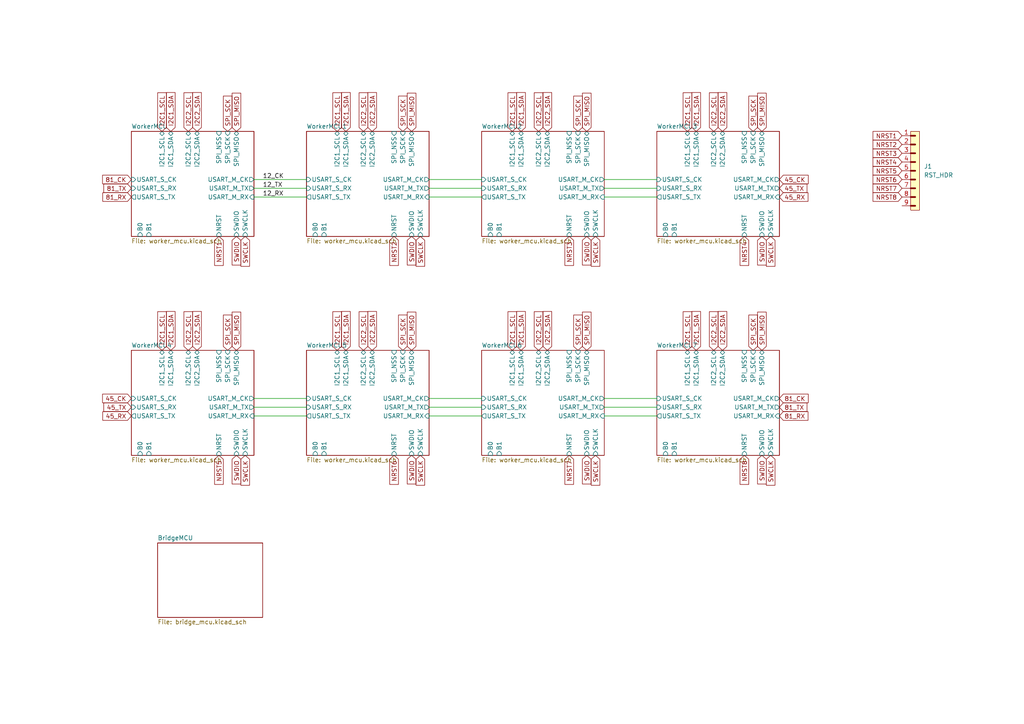
<source format=kicad_sch>
(kicad_sch (version 20250114) (generator "eeschema") (generator_version "9.0")
  (paper "A4")
  (lib_symbols
    (symbol "PCM_SL_Pin_Headers:PINHD_1x9_Male"
      (property "Reference" "J" (at 0 15.24 0))
      (property "Value" "PINHD_1x9_Male" (at 0 12.7 0))
      (symbol "PINHD_1x9_Male_0_1"
        (rectangle (start -1.27 11.43) (end 1.27 -11.43) (fill (type background)))
        (polyline (pts (xy -1.27 10.16) (xy 0 10.16)) (stroke (width 0.3)))
        (polyline (pts (xy -1.27 10.16) (xy 0 10.16)) (stroke (width 0.5)))
        (polyline (pts (xy -1.27 7.62) (xy 0 7.62)) (stroke (width 0.3)))
        (polyline (pts (xy -1.27 7.62) (xy 0 7.62)) (stroke (width 0.5)))
        (polyline (pts (xy -1.27 5.08) (xy 0 5.08)) (stroke (width 0.3)))
        (polyline (pts (xy -1.27 5.08) (xy 0 5.08)) (stroke (width 0.5)))
        (polyline (pts (xy -1.27 2.54) (xy 0 2.54)) (stroke (width 0.3)))
        (polyline (pts (xy -1.27 2.54) (xy 0 2.54)) (stroke (width 0.5)))
        (polyline (pts (xy -1.27 0) (xy 0 0)) (stroke (width 0.3)))
        (polyline (pts (xy -1.27 0) (xy 0 0)) (stroke (width 0.5)))
        (polyline (pts (xy -1.27 -2.54) (xy 0 -2.54)) (stroke (width 0.3)))
        (polyline (pts (xy -1.27 -2.54) (xy 0 -2.54)) (stroke (width 0.5)))
        (polyline (pts (xy -1.27 -5.08) (xy 0 -5.08)) (stroke (width 0.3)))
        (polyline (pts (xy -1.27 -5.08) (xy 0 -5.08)) (stroke (width 0.5)))
        (polyline (pts (xy -1.27 -7.62) (xy 0 -7.62)) (stroke (width 0.3)))
        (polyline (pts (xy -1.27 -7.62) (xy 0 -7.62)) (stroke (width 0.5)))
        (polyline (pts (xy -1.27 -10.16) (xy 0 -10.16)) (stroke (width 0.3)))
        (polyline (pts (xy -1.27 -10.16) (xy 0 -10.16)) (stroke (width 0.5)))
      )
      (symbol "PINHD_1x9_Male_1_1"
        (pin passive line (at -3.81 10.16 0) (length 2.54) (name "") (number "1"))
        (pin passive line (at -3.81 7.62 0) (length 2.54) (name "") (number "2"))
        (pin passive line (at -3.81 5.08 0) (length 2.54) (name "") (number "3"))
        (pin passive line (at -3.81 2.54 0) (length 2.54) (name "") (number "4"))
        (pin passive line (at -3.81 0 0) (length 2.54) (name "") (number "5"))
        (pin passive line (at -3.81 -2.54 0) (length 2.54) (name "") (number "6"))
        (pin passive line (at -3.81 -5.08 0) (length 2.54) (name "") (number "7"))
        (pin passive line (at -3.81 -7.62 0) (length 2.54) (name "") (number "8"))
        (pin passive line (at -3.81 -10.16 0) (length 2.54) (name "") (number "9"))
      )
    )
  )
  (wire (pts (xy 73.66 54.61) (xy 88.9 54.61)))
  (wire (pts (xy 124.46 118.11) (xy 139.7 118.11)))
  (wire (pts (xy 124.46 57.15) (xy 139.7 57.15)))
  (wire (pts (xy 175.26 54.61) (xy 190.5 54.61)))
  (wire (pts (xy 73.66 118.11) (xy 88.9 118.11)))
  (wire (pts (xy 124.46 52.07) (xy 139.7 52.07)))
  (wire (pts (xy 175.26 57.15) (xy 190.5 57.15)))
  (wire (pts (xy 73.66 52.07) (xy 88.9 52.07)))
  (wire (pts (xy 73.66 57.15) (xy 88.9 57.15)))
  (wire (pts (xy 124.46 54.61) (xy 139.7 54.61)))
  (wire (pts (xy 175.26 118.11) (xy 190.5 118.11)))
  (wire (pts (xy 175.26 52.07) (xy 190.5 52.07)))
  (wire (pts (xy 175.26 120.65) (xy 190.5 120.65)))
  (wire (pts (xy 124.46 115.57) (xy 139.7 115.57)))
  (wire (pts (xy 175.26 115.57) (xy 190.5 115.57)))
  (wire (pts (xy 124.46 120.65) (xy 139.7 120.65)))
  (wire (pts (xy 73.66 115.57) (xy 88.9 115.57)))
  (wire (pts (xy 73.66 120.65) (xy 88.9 120.65)))
  (label "12_TX" (at 76.2 54.61 0))
  (label "12_CK" (at 76.2 52.07 0))
  (label "12_RX" (at 76.2 57.15 0))
  (global_label "SPI_MISO" (shape input) (at 170.18 38.1 90) (property "Intersheetrefs" "${INTERSHEET_REFS}" (effects (hide yes))))
  (global_label "SWCLK" (shape input) (at 121.92 68.58 270) (property "Intersheetrefs" "${INTERSHEET_REFS}" (effects (hide yes))))
  (global_label "81_TX" (shape input) (at 226.06 118.11 0) (property "Intersheetrefs" "${INTERSHEET_REFS}" (effects (hide yes))))
  (global_label "SWDIO" (shape input) (at 220.98 132.08 270) (property "Intersheetrefs" "${INTERSHEET_REFS}" (effects (hide yes))))
  (global_label "NRST6" (shape input) (at 261.62 52.07 180) (property "Intersheetrefs" "${INTERSHEET_REFS}" (effects (hide yes))))
  (global_label "81_CK" (shape input) (at 226.06 115.57 0) (property "Intersheetrefs" "${INTERSHEET_REFS}" (effects (hide yes))))
  (global_label "I2C2_SDA" (shape input) (at 57.15 38.1 90) (property "Intersheetrefs" "${INTERSHEET_REFS}" (effects (hide yes))))
  (global_label "NRST4" (shape input) (at 215.9 68.58 270) (property "Intersheetrefs" "${INTERSHEET_REFS}" (effects (hide yes))))
  (global_label "I2C2_SCL" (shape input) (at 156.21 38.1 90) (property "Intersheetrefs" "${INTERSHEET_REFS}" (effects (hide yes))))
  (global_label "SWDIO" (shape input) (at 170.18 68.58 270) (property "Intersheetrefs" "${INTERSHEET_REFS}" (effects (hide yes))))
  (global_label "NRST5" (shape input) (at 63.5 132.08 270) (property "Intersheetrefs" "${INTERSHEET_REFS}" (effects (hide yes))))
  (global_label "SPI_MISO" (shape input) (at 220.98 101.6 90) (property "Intersheetrefs" "${INTERSHEET_REFS}" (effects (hide yes))))
  (global_label "SWCLK" (shape input) (at 172.72 132.08 270) (property "Intersheetrefs" "${INTERSHEET_REFS}" (effects (hide yes))))
  (global_label "I2C1_SCL" (shape input) (at 199.39 101.6 90) (property "Intersheetrefs" "${INTERSHEET_REFS}" (effects (hide yes))))
  (global_label "SPI_MISO" (shape input) (at 220.98 38.1 90) (property "Intersheetrefs" "${INTERSHEET_REFS}" (effects (hide yes))))
  (global_label "81_RX" (shape input) (at 38.1 57.15 180) (property "Intersheetrefs" "${INTERSHEET_REFS}" (effects (hide yes))))
  (global_label "SWDIO" (shape input) (at 68.58 132.08 270) (property "Intersheetrefs" "${INTERSHEET_REFS}" (effects (hide yes))))
  (global_label "SPI_MISO" (shape input) (at 68.58 38.1 90) (property "Intersheetrefs" "${INTERSHEET_REFS}" (effects (hide yes))))
  (global_label "NRST2" (shape input) (at 114.3 68.58 270) (property "Intersheetrefs" "${INTERSHEET_REFS}" (effects (hide yes))))
  (global_label "I2C1_SDA" (shape input) (at 100.33 38.1 90) (property "Intersheetrefs" "${INTERSHEET_REFS}" (effects (hide yes))))
  (global_label "45_RX" (shape input) (at 226.06 57.15 0) (property "Intersheetrefs" "${INTERSHEET_REFS}" (effects (hide yes))))
  (global_label "I2C2_SDA" (shape input) (at 209.55 38.1 90) (property "Intersheetrefs" "${INTERSHEET_REFS}" (effects (hide yes))))
  (global_label "SWDIO" (shape input) (at 170.18 132.08 270) (property "Intersheetrefs" "${INTERSHEET_REFS}" (effects (hide yes))))
  (global_label "I2C1_SDA" (shape input) (at 100.33 101.6 90) (property "Intersheetrefs" "${INTERSHEET_REFS}" (effects (hide yes))))
  (global_label "81_CK" (shape input) (at 38.1 52.07 180) (property "Intersheetrefs" "${INTERSHEET_REFS}" (effects (hide yes))))
  (global_label "NRST7" (shape input) (at 165.1 132.08 270) (property "Intersheetrefs" "${INTERSHEET_REFS}" (effects (hide yes))))
  (global_label "81_RX" (shape input) (at 226.06 120.65 0) (property "Intersheetrefs" "${INTERSHEET_REFS}" (effects (hide yes))))
  (global_label "I2C2_SDA" (shape input) (at 209.55 101.6 90) (property "Intersheetrefs" "${INTERSHEET_REFS}" (effects (hide yes))))
  (global_label "45_TX" (shape input) (at 226.06 54.61 0) (property "Intersheetrefs" "${INTERSHEET_REFS}" (effects (hide yes))))
  (global_label "I2C1_SCL" (shape input) (at 97.79 38.1 90) (property "Intersheetrefs" "${INTERSHEET_REFS}" (effects (hide yes))))
  (global_label "I2C2_SCL" (shape input) (at 54.61 101.6 90) (property "Intersheetrefs" "${INTERSHEET_REFS}" (effects (hide yes))))
  (global_label "SWDIO" (shape input) (at 119.38 132.08 270) (property "Intersheetrefs" "${INTERSHEET_REFS}" (effects (hide yes))))
  (global_label "NRST5" (shape input) (at 261.62 49.53 180) (property "Intersheetrefs" "${INTERSHEET_REFS}" (effects (hide yes))))
  (global_label "SWCLK" (shape input) (at 172.72 68.58 270) (property "Intersheetrefs" "${INTERSHEET_REFS}" (effects (hide yes))))
  (global_label "NRST3" (shape input) (at 165.1 68.58 270) (property "Intersheetrefs" "${INTERSHEET_REFS}" (effects (hide yes))))
  (global_label "45_RX" (shape input) (at 38.1 120.65 180) (property "Intersheetrefs" "${INTERSHEET_REFS}" (effects (hide yes))))
  (global_label "I2C2_SDA" (shape input) (at 57.15 101.6 90) (property "Intersheetrefs" "${INTERSHEET_REFS}" (effects (hide yes))))
  (global_label "SWCLK" (shape input) (at 71.12 68.58 270) (property "Intersheetrefs" "${INTERSHEET_REFS}" (effects (hide yes))))
  (global_label "NRST1" (shape input) (at 63.5 68.58 270) (property "Intersheetrefs" "${INTERSHEET_REFS}" (effects (hide yes))))
  (global_label "81_TX" (shape input) (at 38.1 54.61 180) (property "Intersheetrefs" "${INTERSHEET_REFS}" (effects (hide yes))))
  (global_label "SPI_SCK" (shape input) (at 66.04 38.1 90) (property "Intersheetrefs" "${INTERSHEET_REFS}" (effects (hide yes))))
  (global_label "SWDIO" (shape input) (at 68.58 68.58 270) (property "Intersheetrefs" "${INTERSHEET_REFS}" (effects (hide yes))))
  (global_label "I2C2_SCL" (shape input) (at 156.21 101.6 90) (property "Intersheetrefs" "${INTERSHEET_REFS}" (effects (hide yes))))
  (global_label "I2C1_SDA" (shape input) (at 49.53 38.1 90) (property "Intersheetrefs" "${INTERSHEET_REFS}" (effects (hide yes))))
  (global_label "NRST8" (shape input) (at 261.62 57.15 180) (property "Intersheetrefs" "${INTERSHEET_REFS}" (effects (hide yes))))
  (global_label "I2C2_SCL" (shape input) (at 207.01 101.6 90) (property "Intersheetrefs" "${INTERSHEET_REFS}" (effects (hide yes))))
  (global_label "SPI_MISO" (shape input) (at 170.18 101.6 90) (property "Intersheetrefs" "${INTERSHEET_REFS}" (effects (hide yes))))
  (global_label "SWCLK" (shape input) (at 121.92 132.08 270) (property "Intersheetrefs" "${INTERSHEET_REFS}" (effects (hide yes))))
  (global_label "I2C1_SCL" (shape input) (at 199.39 38.1 90) (property "Intersheetrefs" "${INTERSHEET_REFS}" (effects (hide yes))))
  (global_label "I2C2_SDA" (shape input) (at 158.75 38.1 90) (property "Intersheetrefs" "${INTERSHEET_REFS}" (effects (hide yes))))
  (global_label "SPI_SCK" (shape input) (at 218.44 101.6 90) (property "Intersheetrefs" "${INTERSHEET_REFS}" (effects (hide yes))))
  (global_label "NRST3" (shape input) (at 261.62 44.45 180) (property "Intersheetrefs" "${INTERSHEET_REFS}" (effects (hide yes))))
  (global_label "I2C1_SDA" (shape input) (at 201.93 38.1 90) (property "Intersheetrefs" "${INTERSHEET_REFS}" (effects (hide yes))))
  (global_label "SPI_SCK" (shape input) (at 167.64 101.6 90) (property "Intersheetrefs" "${INTERSHEET_REFS}" (effects (hide yes))))
  (global_label "SPI_SCK" (shape input) (at 116.84 101.6 90) (property "Intersheetrefs" "${INTERSHEET_REFS}" (effects (hide yes))))
  (global_label "SWDIO" (shape input) (at 119.38 68.58 270) (property "Intersheetrefs" "${INTERSHEET_REFS}" (effects (hide yes))))
  (global_label "SWCLK" (shape input) (at 223.52 68.58 270) (property "Intersheetrefs" "${INTERSHEET_REFS}" (effects (hide yes))))
  (global_label "SPI_SCK" (shape input) (at 218.44 38.1 90) (property "Intersheetrefs" "${INTERSHEET_REFS}" (effects (hide yes))))
  (global_label "I2C1_SCL" (shape input) (at 46.99 38.1 90) (property "Intersheetrefs" "${INTERSHEET_REFS}" (effects (hide yes))))
  (global_label "I2C1_SDA" (shape input) (at 201.93 101.6 90) (property "Intersheetrefs" "${INTERSHEET_REFS}" (effects (hide yes))))
  (global_label "SWDIO" (shape input) (at 220.98 68.58 270) (property "Intersheetrefs" "${INTERSHEET_REFS}" (effects (hide yes))))
  (global_label "SPI_SCK" (shape input) (at 66.04 101.6 90) (property "Intersheetrefs" "${INTERSHEET_REFS}" (effects (hide yes))))
  (global_label "I2C1_SCL" (shape input) (at 97.79 101.6 90) (property "Intersheetrefs" "${INTERSHEET_REFS}" (effects (hide yes))))
  (global_label "SPI_MISO" (shape input) (at 68.58 101.6 90) (property "Intersheetrefs" "${INTERSHEET_REFS}" (effects (hide yes))))
  (global_label "I2C2_SDA" (shape input) (at 107.95 38.1 90) (property "Intersheetrefs" "${INTERSHEET_REFS}" (effects (hide yes))))
  (global_label "SPI_MISO" (shape input) (at 119.38 101.6 90) (property "Intersheetrefs" "${INTERSHEET_REFS}" (effects (hide yes))))
  (global_label "I2C1_SDA" (shape input) (at 49.53 101.6 90) (property "Intersheetrefs" "${INTERSHEET_REFS}" (effects (hide yes))))
  (global_label "SPI_SCK" (shape input) (at 116.84 38.1 90) (property "Intersheetrefs" "${INTERSHEET_REFS}" (effects (hide yes))))
  (global_label "NRST8" (shape input) (at 215.9 132.08 270) (property "Intersheetrefs" "${INTERSHEET_REFS}" (effects (hide yes))))
  (global_label "I2C1_SDA" (shape input) (at 151.13 101.6 90) (property "Intersheetrefs" "${INTERSHEET_REFS}" (effects (hide yes))))
  (global_label "I2C1_SCL" (shape input) (at 148.59 38.1 90) (property "Intersheetrefs" "${INTERSHEET_REFS}" (effects (hide yes))))
  (global_label "NRST7" (shape input) (at 261.62 54.61 180) (property "Intersheetrefs" "${INTERSHEET_REFS}" (effects (hide yes))))
  (global_label "SPI_SCK" (shape input) (at 167.64 38.1 90) (property "Intersheetrefs" "${INTERSHEET_REFS}" (effects (hide yes))))
  (global_label "I2C1_SCL" (shape input) (at 46.99 101.6 90) (property "Intersheetrefs" "${INTERSHEET_REFS}" (effects (hide yes))))
  (global_label "45_CK" (shape input) (at 226.06 52.07 0) (property "Intersheetrefs" "${INTERSHEET_REFS}" (effects (hide yes))))
  (global_label "I2C2_SCL" (shape input) (at 54.61 38.1 90) (property "Intersheetrefs" "${INTERSHEET_REFS}" (effects (hide yes))))
  (global_label "I2C2_SCL" (shape input) (at 105.41 101.6 90) (property "Intersheetrefs" "${INTERSHEET_REFS}" (effects (hide yes))))
  (global_label "I2C1_SCL" (shape input) (at 148.59 101.6 90) (property "Intersheetrefs" "${INTERSHEET_REFS}" (effects (hide yes))))
  (global_label "NRST4" (shape input) (at 261.62 46.99 180) (property "Intersheetrefs" "${INTERSHEET_REFS}" (effects (hide yes))))
  (global_label "I2C2_SDA" (shape input) (at 107.95 101.6 90) (property "Intersheetrefs" "${INTERSHEET_REFS}" (effects (hide yes))))
  (global_label "I2C2_SDA" (shape input) (at 158.75 101.6 90) (property "Intersheetrefs" "${INTERSHEET_REFS}" (effects (hide yes))))
  (global_label "SWCLK" (shape input) (at 223.52 132.08 270) (property "Intersheetrefs" "${INTERSHEET_REFS}" (effects (hide yes))))
  (global_label "45_TX" (shape input) (at 38.1 118.11 180) (property "Intersheetrefs" "${INTERSHEET_REFS}" (effects (hide yes))))
  (global_label "I2C2_SCL" (shape input) (at 105.41 38.1 90) (property "Intersheetrefs" "${INTERSHEET_REFS}" (effects (hide yes))))
  (global_label "SPI_MISO" (shape input) (at 119.38 38.1 90) (property "Intersheetrefs" "${INTERSHEET_REFS}" (effects (hide yes))))
  (global_label "SWCLK" (shape input) (at 71.12 132.08 270) (property "Intersheetrefs" "${INTERSHEET_REFS}" (effects (hide yes))))
  (global_label "NRST6" (shape input) (at 114.3 132.08 270) (property "Intersheetrefs" "${INTERSHEET_REFS}" (effects (hide yes))))
  (global_label "I2C2_SCL" (shape input) (at 207.01 38.1 90) (property "Intersheetrefs" "${INTERSHEET_REFS}" (effects (hide yes))))
  (global_label "45_CK" (shape input) (at 38.1 115.57 180) (property "Intersheetrefs" "${INTERSHEET_REFS}" (effects (hide yes))))
  (global_label "NRST2" (shape input) (at 261.62 41.91 180) (property "Intersheetrefs" "${INTERSHEET_REFS}" (effects (hide yes))))
  (global_label "I2C1_SDA" (shape input) (at 151.13 38.1 90) (property "Intersheetrefs" "${INTERSHEET_REFS}" (effects (hide yes))))
  (global_label "NRST1" (shape input) (at 261.62 39.37 180) (property "Intersheetrefs" "${INTERSHEET_REFS}" (effects (hide yes))))
  (symbol (lib_id "PCM_SL_Pin_Headers:PINHD_1x9_Male") (at 265.43 49.53 0) (unit 1)
    (property "Reference" "J1" (at 267.97 48.2599 0) (effects (justify left)))
    (property "Value" "RST_HDR" (at 267.97 50.7999 0) (effects (justify left)))
    (property "Footprint" "Connector_PinHeader_2.54mm:PinHeader_1x09_P2.54mm_Vertical" (effects (hide yes)))
    (property "Description" "Pin Header male with pin space 2.54mm. Pin Count -9" (effects (hide yes)))
  )
  (sheet (at 45.72 157.48) (size 30.48 21.59) (stroke (width 0.1524))
    (property "Sheetname" "BridgeMCU" (at 45.72 156.7684 0) (effects (justify left bottom)))
    (property "Sheetfile" "bridge_mcu.kicad_sch" (at 45.72 179.6546 0) (effects (justify left top)))
  )
  (sheet (at 38.1 101.6) (size 35.56 30.48) (stroke (width 0.1524))
    (property "Sheetname" "WorkerMCU4" (at 38.1 100.8884 0) (effects (justify left bottom)))
    (property "Sheetfile" "worker_mcu.kicad_sch" (at 38.1 132.6646 0) (effects (justify left top)))
    (pin "I2C2_SCL" bidirectional (at 54.61 101.6 90))
    (pin "NRST" input (at 63.5 132.08 270))
    (pin "USART_M_CK" output (at 73.66 115.57 0))
    (pin "B1" input (at 43.18 132.08 270))
    (pin "SPI_SCK" input (at 66.04 101.6 90))
    (pin "B0" input (at 40.64 132.08 270))
    (pin "SWDIO" input (at 68.58 132.08 270))
    (pin "SPI_NSS" input (at 63.5 101.6 90))
    (pin "SWCLK" input (at 71.12 132.08 270))
    (pin "I2C2_SDA" bidirectional (at 57.15 101.6 90))
    (pin "USART_S_TX" output (at 38.1 120.65 180))
    (pin "USART_S_CK" input (at 38.1 115.57 180))
    (pin "SPI_MISO" bidirectional (at 68.58 101.6 90))
    (pin "USART_S_RX" input (at 38.1 118.11 180))
    (pin "USART_M_RX" input (at 73.66 120.65 0))
    (pin "USART_M_TX" output (at 73.66 118.11 0))
    (pin "I2C1_SCL" bidirectional (at 46.99 101.6 90))
    (pin "I2C1_SDA" bidirectional (at 49.53 101.6 90))
  )
  (sheet (at 190.5 101.6) (size 35.56 30.48) (stroke (width 0.1524))
    (property "Sheetname" "WorkerMCU7" (at 190.5 100.8884 0) (effects (justify left bottom)))
    (property "Sheetfile" "worker_mcu.kicad_sch" (at 190.5 132.6646 0) (effects (justify left top)))
    (pin "I2C2_SCL" bidirectional (at 207.01 101.6 90))
    (pin "NRST" input (at 215.9 132.08 270))
    (pin "USART_M_CK" output (at 226.06 115.57 0))
    (pin "B1" input (at 195.58 132.08 270))
    (pin "SPI_SCK" input (at 218.44 101.6 90))
    (pin "B0" input (at 193.04 132.08 270))
    (pin "SWDIO" input (at 220.98 132.08 270))
    (pin "SPI_NSS" input (at 215.9 101.6 90))
    (pin "SWCLK" input (at 223.52 132.08 270))
    (pin "I2C2_SDA" bidirectional (at 209.55 101.6 90))
    (pin "USART_S_TX" output (at 190.5 120.65 180))
    (pin "USART_S_CK" input (at 190.5 115.57 180))
    (pin "SPI_MISO" bidirectional (at 220.98 101.6 90))
    (pin "USART_S_RX" input (at 190.5 118.11 180))
    (pin "USART_M_RX" input (at 226.06 120.65 0))
    (pin "USART_M_TX" output (at 226.06 118.11 0))
    (pin "I2C1_SCL" bidirectional (at 199.39 101.6 90))
    (pin "I2C1_SDA" bidirectional (at 201.93 101.6 90))
  )
  (sheet (at 139.7 38.1) (size 35.56 30.48) (stroke (width 0.1524))
    (property "Sheetname" "WorkerMCU2" (at 139.7 37.3884 0) (effects (justify left bottom)))
    (property "Sheetfile" "worker_mcu.kicad_sch" (at 139.7 69.1646 0) (effects (justify left top)))
    (pin "I2C2_SCL" bidirectional (at 156.21 38.1 90))
    (pin "NRST" input (at 165.1 68.58 270))
    (pin "USART_M_CK" output (at 175.26 52.07 0))
    (pin "B1" input (at 144.78 68.58 270))
    (pin "SPI_SCK" input (at 167.64 38.1 90))
    (pin "B0" input (at 142.24 68.58 270))
    (pin "SWDIO" input (at 170.18 68.58 270))
    (pin "SPI_NSS" input (at 165.1 38.1 90))
    (pin "SWCLK" input (at 172.72 68.58 270))
    (pin "I2C2_SDA" bidirectional (at 158.75 38.1 90))
    (pin "USART_S_TX" output (at 139.7 57.15 180))
    (pin "USART_S_CK" input (at 139.7 52.07 180))
    (pin "SPI_MISO" bidirectional (at 170.18 38.1 90))
    (pin "USART_S_RX" input (at 139.7 54.61 180))
    (pin "USART_M_RX" input (at 175.26 57.15 0))
    (pin "USART_M_TX" output (at 175.26 54.61 0))
    (pin "I2C1_SCL" bidirectional (at 148.59 38.1 90))
    (pin "I2C1_SDA" bidirectional (at 151.13 38.1 90))
  )
  (sheet (at 88.9 101.6) (size 35.56 30.48) (stroke (width 0.1524))
    (property "Sheetname" "WorkerMCU5" (at 88.9 100.8884 0) (effects (justify left bottom)))
    (property "Sheetfile" "worker_mcu.kicad_sch" (at 88.9 132.6646 0) (effects (justify left top)))
    (pin "I2C2_SCL" bidirectional (at 105.41 101.6 90))
    (pin "NRST" input (at 114.3 132.08 270))
    (pin "USART_M_CK" output (at 124.46 115.57 0))
    (pin "B1" input (at 93.98 132.08 270))
    (pin "SPI_SCK" input (at 116.84 101.6 90))
    (pin "B0" input (at 91.44 132.08 270))
    (pin "SWDIO" input (at 119.38 132.08 270))
    (pin "SPI_NSS" input (at 114.3 101.6 90))
    (pin "SWCLK" input (at 121.92 132.08 270))
    (pin "I2C2_SDA" bidirectional (at 107.95 101.6 90))
    (pin "USART_S_TX" output (at 88.9 120.65 180))
    (pin "USART_S_CK" input (at 88.9 115.57 180))
    (pin "SPI_MISO" bidirectional (at 119.38 101.6 90))
    (pin "USART_S_RX" input (at 88.9 118.11 180))
    (pin "USART_M_RX" input (at 124.46 120.65 0))
    (pin "USART_M_TX" output (at 124.46 118.11 0))
    (pin "I2C1_SCL" bidirectional (at 97.79 101.6 90))
    (pin "I2C1_SDA" bidirectional (at 100.33 101.6 90))
  )
  (sheet (at 139.7 101.6) (size 35.56 30.48) (stroke (width 0.1524))
    (property "Sheetname" "WorkerMCU6" (at 139.7 100.8884 0) (effects (justify left bottom)))
    (property "Sheetfile" "worker_mcu.kicad_sch" (at 139.7 132.6646 0) (effects (justify left top)))
    (pin "I2C2_SCL" bidirectional (at 156.21 101.6 90))
    (pin "NRST" input (at 165.1 132.08 270))
    (pin "USART_M_CK" output (at 175.26 115.57 0))
    (pin "B1" input (at 144.78 132.08 270))
    (pin "SPI_SCK" input (at 167.64 101.6 90))
    (pin "B0" input (at 142.24 132.08 270))
    (pin "SWDIO" input (at 170.18 132.08 270))
    (pin "SPI_NSS" input (at 165.1 101.6 90))
    (pin "SWCLK" input (at 172.72 132.08 270))
    (pin "I2C2_SDA" bidirectional (at 158.75 101.6 90))
    (pin "USART_S_TX" output (at 139.7 120.65 180))
    (pin "USART_S_CK" input (at 139.7 115.57 180))
    (pin "SPI_MISO" bidirectional (at 170.18 101.6 90))
    (pin "USART_S_RX" input (at 139.7 118.11 180))
    (pin "USART_M_RX" input (at 175.26 120.65 0))
    (pin "USART_M_TX" output (at 175.26 118.11 0))
    (pin "I2C1_SCL" bidirectional (at 148.59 101.6 90))
    (pin "I2C1_SDA" bidirectional (at 151.13 101.6 90))
  )
  (sheet (at 88.9 38.1) (size 35.56 30.48) (stroke (width 0.1524))
    (property "Sheetname" "WorkerMCU1" (at 88.9 37.3884 0) (effects (justify left bottom)))
    (property "Sheetfile" "worker_mcu.kicad_sch" (at 88.9 69.1646 0) (effects (justify left top)))
    (pin "I2C2_SCL" bidirectional (at 105.41 38.1 90))
    (pin "NRST" input (at 114.3 68.58 270))
    (pin "USART_M_CK" output (at 124.46 52.07 0))
    (pin "B1" input (at 93.98 68.58 270))
    (pin "SPI_SCK" input (at 116.84 38.1 90))
    (pin "B0" input (at 91.44 68.58 270))
    (pin "SWDIO" input (at 119.38 68.58 270))
    (pin "SPI_NSS" input (at 114.3 38.1 90))
    (pin "SWCLK" input (at 121.92 68.58 270))
    (pin "I2C2_SDA" bidirectional (at 107.95 38.1 90))
    (pin "USART_S_TX" output (at 88.9 57.15 180))
    (pin "USART_S_CK" input (at 88.9 52.07 180))
    (pin "SPI_MISO" bidirectional (at 119.38 38.1 90))
    (pin "USART_S_RX" input (at 88.9 54.61 180))
    (pin "USART_M_RX" input (at 124.46 57.15 0))
    (pin "USART_M_TX" output (at 124.46 54.61 0))
    (pin "I2C1_SCL" bidirectional (at 97.79 38.1 90))
    (pin "I2C1_SDA" bidirectional (at 100.33 38.1 90))
  )
  (sheet (at 190.5 38.1) (size 35.56 30.48) (stroke (width 0.1524))
    (property "Sheetname" "WorkerMCU3" (at 190.5 37.3884 0) (effects (justify left bottom)))
    (property "Sheetfile" "worker_mcu.kicad_sch" (at 190.5 69.1646 0) (effects (justify left top)))
    (pin "I2C2_SCL" bidirectional (at 207.01 38.1 90))
    (pin "NRST" input (at 215.9 68.58 270))
    (pin "USART_M_CK" output (at 226.06 52.07 0))
    (pin "B1" input (at 195.58 68.58 270))
    (pin "SPI_SCK" input (at 218.44 38.1 90))
    (pin "B0" input (at 193.04 68.58 270))
    (pin "SWDIO" input (at 220.98 68.58 270))
    (pin "SPI_NSS" input (at 215.9 38.1 90))
    (pin "SWCLK" input (at 223.52 68.58 270))
    (pin "I2C2_SDA" bidirectional (at 209.55 38.1 90))
    (pin "USART_S_TX" output (at 190.5 57.15 180))
    (pin "USART_S_CK" input (at 190.5 52.07 180))
    (pin "SPI_MISO" bidirectional (at 220.98 38.1 90))
    (pin "USART_S_RX" input (at 190.5 54.61 180))
    (pin "USART_M_RX" input (at 226.06 57.15 0))
    (pin "USART_M_TX" output (at 226.06 54.61 0))
    (pin "I2C1_SCL" bidirectional (at 199.39 38.1 90))
    (pin "I2C1_SDA" bidirectional (at 201.93 38.1 90))
  )
  (sheet (at 38.1 38.1) (size 35.56 30.48) (stroke (width 0.1524))
    (property "Sheetname" "WorkerMCU" (at 38.1 37.3884 0) (effects (justify left bottom)))
    (property "Sheetfile" "worker_mcu.kicad_sch" (at 38.1 69.1646 0) (effects (justify left top)))
    (pin "I2C2_SCL" bidirectional (at 54.61 38.1 90))
    (pin "NRST" input (at 63.5 68.58 270))
    (pin "USART_M_CK" output (at 73.66 52.07 0))
    (pin "B1" input (at 43.18 68.58 270))
    (pin "SPI_SCK" input (at 66.04 38.1 90))
    (pin "B0" input (at 40.64 68.58 270))
    (pin "SWDIO" input (at 68.58 68.58 270))
    (pin "SPI_NSS" input (at 63.5 38.1 90))
    (pin "SWCLK" input (at 71.12 68.58 270))
    (pin "I2C2_SDA" bidirectional (at 57.15 38.1 90))
    (pin "USART_S_TX" output (at 38.1 57.15 180))
    (pin "USART_S_CK" input (at 38.1 52.07 180))
    (pin "SPI_MISO" bidirectional (at 68.58 38.1 90))
    (pin "USART_S_RX" input (at 38.1 54.61 180))
    (pin "USART_M_RX" input (at 73.66 57.15 0))
    (pin "USART_M_TX" output (at 73.66 54.61 0))
    (pin "I2C1_SCL" bidirectional (at 46.99 38.1 90))
    (pin "I2C1_SDA" bidirectional (at 49.53 38.1 90))
  )
)
</source>
